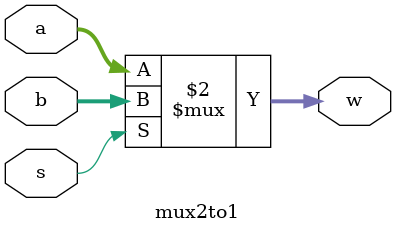
<source format=v>
module mux2to1 (a,b,s,w);

    parameter N = 8;
    input [N-1:0]a;
    input [N-1:0]b;
    input s;
    output [N-1:0]w;

    assign w = (s==1'b0) ? a : b; 
    
endmodule
</source>
